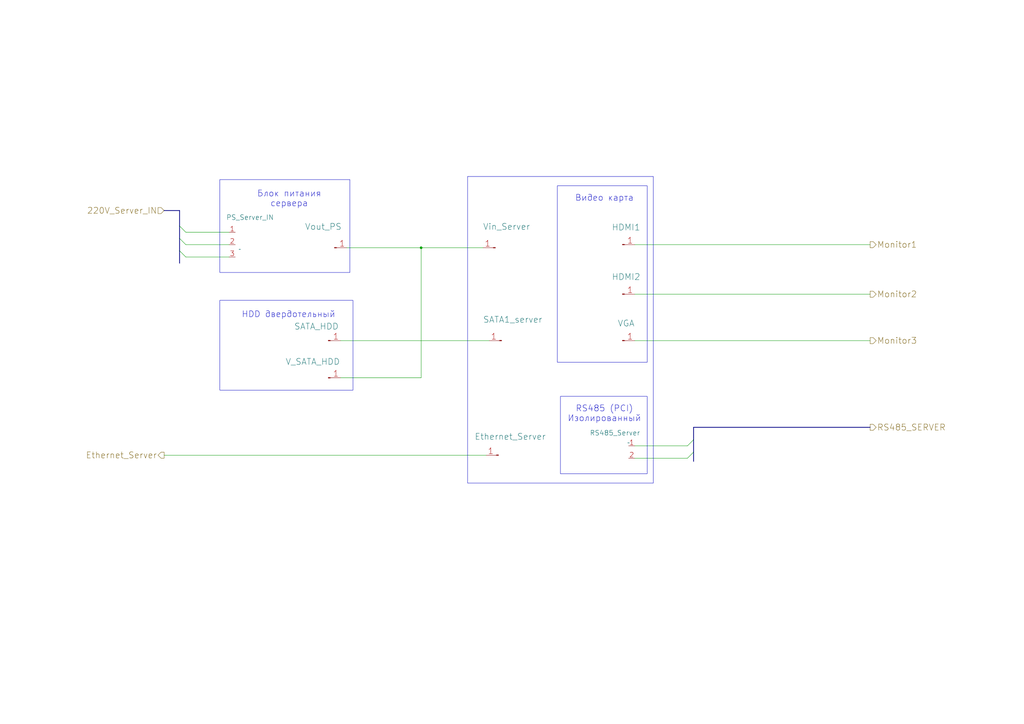
<source format=kicad_sch>
(kicad_sch (version 20231120) (generator "eeschema") (generator_version "8.0")
  (paper "A3")
  (lib_symbols
    (symbol "Connector:Conn_01x01_Pin" (pin_names (offset 1.016) hide)
      (property "Reference" "J" (at 0 6.604 0))
      (property "Value" "Conn_01x01_Pin" (at 0 -2.54 0))
      (symbol "Conn_01x01_Pin_1_1"
        (polyline (pts (xy 1.27 0) (xy 0.8636 0)) (stroke (width 0.1524)))
        (rectangle (start 0.8636 0.127) (end 0 -0.127) (stroke (width 0.1524)) (fill (type outline)))
        (pin passive line (at 5.08 0 180) (length 3.81) (name "Pin_1") (number "1"))
      )
    )
    (symbol "Connector:Conn_01x02_(wide)"
      (property "Reference" "J" (at 0 0 0))
      (symbol "Conn_01x02_(wide)_1_1"
        (pin input line (at -2.54 -5.08 0) (length 2.54) (name "") (number "1"))
        (pin input line (at -2.54 -10.16 0) (length 2.54) (name "") (number "2"))
      )
    )
    (symbol "Connector:Conn_01x03_(wide)"
      (property "Reference" "J" (at 0 0 0))
      (symbol "Conn_01x03_(wide)_1_1"
        (pin input line (at -2.54 -5.08 0) (length 2.54) (name "") (number "1"))
        (pin input line (at -2.54 -10.16 0) (length 2.54) (name "") (number "2"))
        (pin input line (at -2.54 -15.24 0) (length 2.54) (name "") (number "3"))
      )
    )
  )
  (junction (at 172.72 101.6))
  (bus_entry (at 284.48 180.34) (size -2.54 2.54))
  (bus_entry (at 73.66 92.71) (size 2.54 2.54))
  (bus_entry (at 73.66 97.79) (size 2.54 2.54))
  (bus_entry (at 284.48 185.42) (size -2.54 2.54))
  (bus_entry (at 73.66 102.87) (size 2.54 2.54))
  (bus (pts (xy 73.66 107.95) (xy 73.66 102.87)))
  (wire (pts (xy 139.7 139.7) (xy 200.66 139.7)))
  (wire (pts (xy 142.24 101.6) (xy 172.72 101.6)))
  (wire (pts (xy 76.2 105.41) (xy 93.98 105.41)))
  (wire (pts (xy 260.35 100.33) (xy 356.87 100.33)))
  (wire (pts (xy 139.7 154.94) (xy 172.72 154.94)))
  (bus (pts (xy 67.31 86.36) (xy 73.66 86.36)))
  (wire (pts (xy 172.72 154.94) (xy 172.72 101.6)))
  (wire (pts (xy 260.35 120.65) (xy 356.87 120.65)))
  (bus (pts (xy 284.48 180.34) (xy 284.48 175.26)))
  (wire (pts (xy 76.2 95.25) (xy 93.98 95.25)))
  (wire (pts (xy 172.72 101.6) (xy 198.12 101.6)))
  (wire (pts (xy 76.2 100.33) (xy 93.98 100.33)))
  (bus (pts (xy 284.48 175.26) (xy 356.87 175.26)))
  (bus (pts (xy 284.48 185.42) (xy 284.48 180.34)))
  (wire (pts (xy 260.35 139.7) (xy 356.87 139.7)))
  (bus (pts (xy 73.66 102.87) (xy 73.66 97.79)))
  (wire (pts (xy 67.31 186.69) (xy 199.39 186.69)))
  (bus (pts (xy 73.66 97.79) (xy 73.66 92.71)))
  (bus (pts (xy 73.66 92.71) (xy 73.66 86.36)))
  (bus (pts (xy 284.48 189.23) (xy 284.48 185.42)))
  (wire (pts (xy 260.35 187.96) (xy 281.94 187.96)))
  (wire (pts (xy 260.35 182.88) (xy 281.94 182.88)))
  (rectangle (start 144.78 123.19) (end 90.17 160.02))
  (rectangle (start 228.6 76.2) (end 265.43 148.59))
  (rectangle (start 90.17 73.66) (end 143.51 111.76))
  (rectangle (start 229.87 162.56) (end 265.43 194.31))
  (rectangle (start 191.77 72.39) (end 267.97 198.12))
  (text "Видео карта" (at 247.904 81.28 0) (effects (font (size 2.5 2.5))))
  (text "RS485 (PCI)\nИзолированный" (at 247.904 169.672 0) (effects (font (size 2.5 2.5))))
  (text "HDD двердотельный" (at 118.364 129.032 0) (effects (font (size 2.5 2.5))))
  (text "Блок питания\nсервера" (at 118.618 81.534 0) (effects (font (size 2.5 2.5))))
  (hierarchical_label "Monitor1" (shape output) (at 356.87 100.33 0) (effects (font (size 2.5 2.5))))
  (hierarchical_label "Ethernet_Server" (shape output) (at 67.31 186.69 180) (effects (font (size 2.5 2.5))))
  (hierarchical_label "220V_Server_IN" (shape input) (at 67.31 86.36 180) (effects (font (size 2.5 2.5))))
  (hierarchical_label "RS485_SERVER" (shape output) (at 356.87 175.26 0) (effects (font (size 2.5 2.5))))
  (hierarchical_label "Monitor3" (shape output) (at 356.87 139.7 0) (effects (font (size 2.5 2.5))))
  (hierarchical_label "Monitor2" (shape output) (at 356.87 120.65 0) (effects (font (size 2.5 2.5))))
  (symbol (lib_id "Connector:Conn_01x02_(wide)") (at 257.81 177.8 0) (mirror y) (unit 1)
    (property "Reference" "RS485_Server" (at 252.222 177.546 0) (effects (font (size 2 2))))
    (property "Value" "~" (at 257.81 181.61 0))
  )
  (symbol (lib_id "Connector:Conn_01x01_Pin") (at 137.16 101.6 0) (unit 1)
    (property "Reference" "Vout_PS" (at 132.588 92.964 0) (effects (font (size 2.5 2.5))))
    (property "Value" "SATA1" (effects (hide yes)))
    (property "Description" "Generic connector, single row, 01x01, script generated" (effects (hide yes)))
  )
  (symbol (lib_id "Connector:Conn_01x01_Pin") (at 255.27 120.65 0) (mirror x) (unit 1)
    (property "Reference" "HDMI2" (at 256.794 113.538 0) (effects (font (size 2.5 2.5))))
    (property "Value" "SATA1" (effects (hide yes)))
    (property "Description" "Generic connector, single row, 01x01, script generated" (effects (hide yes)))
  )
  (symbol (lib_id "Connector:Conn_01x01_Pin") (at 204.47 186.69 0) (mirror y) (unit 1)
    (property "Reference" "Ethernet_Server" (at 209.296 179.07 0) (effects (font (size 2.5 2.5))))
    (property "Value" "SATA1" (effects (hide yes)))
    (property "Description" "Generic connector, single row, 01x01, script generated" (effects (hide yes)))
  )
  (symbol (lib_id "Connector:Conn_01x01_Pin") (at 205.74 139.7 0) (mirror y) (unit 1)
    (property "Reference" "SATA1_server" (at 210.312 131.064 0) (effects (font (size 2.5 2.5))))
    (property "Value" "SATA1" (effects (hide yes)))
    (property "Description" "Generic connector, single row, 01x01, script generated" (effects (hide yes)))
  )
  (symbol (lib_id "Connector:Conn_01x01_Pin") (at 134.62 154.94 0) (unit 1)
    (property "Reference" "V_SATA_HDD" (at 128.27 148.336 0) (effects (font (size 2.5 2.5))))
    (property "Value" "SATA1" (effects (hide yes)))
    (property "Description" "Generic connector, single row, 01x01, script generated" (effects (hide yes)))
  )
  (symbol (lib_id "Connector:Conn_01x01_Pin") (at 255.27 100.33 0) (mirror x) (unit 1)
    (property "Reference" "HDMI1" (at 256.794 93.218 0) (effects (font (size 2.5 2.5))))
    (property "Value" "SATA1" (effects (hide yes)))
    (property "Description" "Generic connector, single row, 01x01, script generated" (effects (hide yes)))
  )
  (symbol (lib_id "Connector:Conn_01x01_Pin") (at 255.27 139.7 0) (mirror x) (unit 1)
    (property "Reference" "VGA" (at 256.794 132.588 0) (effects (font (size 2.5 2.5))))
    (property "Value" "SATA1" (effects (hide yes)))
    (property "Description" "Generic connector, single row, 01x01, script generated" (effects (hide yes)))
  )
  (symbol (lib_id "Connector:Conn_01x03_(wide)") (at 96.52 90.17 0) (unit 1)
    (property "Reference" "PS_Server_IN" (at 92.71 89.154 0) (effects (font (size 2 2)) (justify left)))
    (property "Value" "~" (at 97.79 102.235 0) (effects (justify left)))
  )
  (symbol (lib_id "Connector:Conn_01x01_Pin") (at 203.2 101.6 0) (mirror y) (unit 1)
    (property "Reference" "Vin_Server" (at 207.772 92.964 0) (effects (font (size 2.5 2.5))))
    (property "Value" "SATA1" (effects (hide yes)))
    (property "Description" "Generic connector, single row, 01x01, script generated" (effects (hide yes)))
  )
  (symbol (lib_id "Connector:Conn_01x01_Pin") (at 134.62 139.7 0) (unit 1)
    (property "Reference" "SATA_HDD" (at 129.794 133.858 0) (effects (font (size 2.5 2.5))))
    (property "Value" "SATA1" (effects (hide yes)))
    (property "Description" "Generic connector, single row, 01x01, script generated" (effects (hide yes)))
  )
)
</source>
